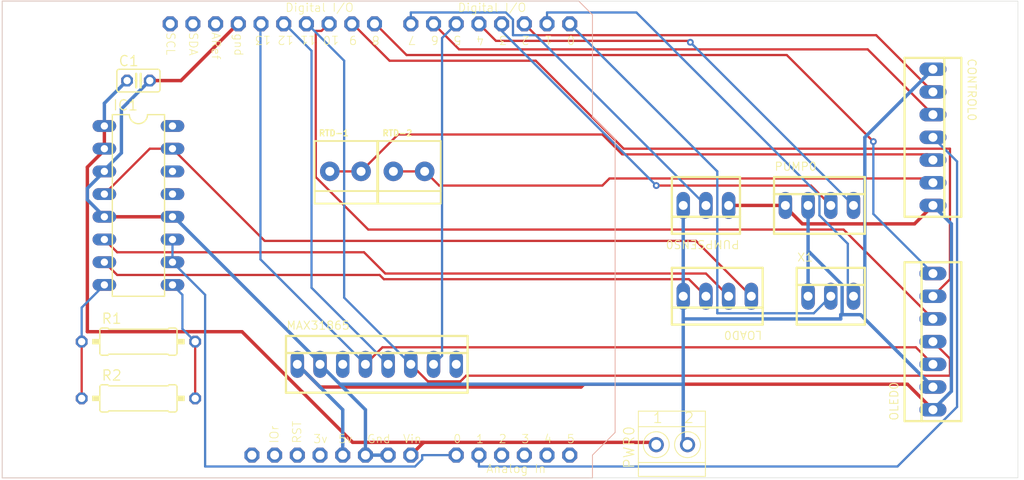
<source format=kicad_pcb>
(kicad_pcb (version 20241229) (generator "pcbnew") (generator_version "9.0")
  (layers (0 "F.Cu" signal) (4 "In1.Cu" signal) (6 "In2.Cu" signal) (2 "B.Cu" signal) (13 "F.Paste" user) (15 "B.Paste" user) (5 "F.SilkS" user "F.Silkscreen") (7 "B.SilkS" user "B.Silkscreen") (1 "F.Mask" user) (3 "B.Mask" user) (25 "Edge.Cuts" user))
  (net 0 "")
  (net 1 "LOAD")
  (net 2 "RG1")
  (net 3 "RG2")
  (net 4 "GND")
  (net 5 "+12V")
  (net 6 "SPI_MOSI")
  (net 7 "OLED_RES")
  (net 8 "SPI_CLK")
  (net 9 "OLED_DC")
  (net 10 "HEAT")
  (net 11 "PRESS")
  (net 12 "OLED_CS")
  (net 13 "VREF")
  (net 14 "SIG-")
  (net 15 "SIG+")
  (net 16 "SPI_MISO")
  (net 17 "MAX_CS")
  (net 18 "RTD-1")
  (net 19 "ZC")
  (net 20 "TRIAC")
  (net 21 "AC_SENS")
  (net 22 "VCC")
  (net 23 "FLOW")
  (net 24 "RTD-2")
  (net 25 "RX")
  (net 26 "TX")
  (net 27 "3V")
  (footprint "controller:22-23-2031_165" (layer "F.Cu") (at 184.3861 111.3536)
    (property "Reference" "X1" (at -3.81 -3.81 0) (layer "F.SilkS") (effects (font (size 0.9144 0.9144) (thickness 0.1016)) (justify left bottom)))
    (property "Value" "22-23-2031")
    (pad "1" thru_hole oval (at -2.54 0 90) (size 3.016 1.508) (drill 1) (layers "*.Cu" "*.Mask") (net 4 "GND"))
    (pad "2" thru_hole oval (at 0 0 90) (size 3.016 1.508) (drill 1) (layers "*.Cu" "*.Mask") (net 26 "TX"))
    (pad "3" thru_hole oval (at 2.54 0 90) (size 3.016 1.508) (drill 1) (layers "*.Cu" "*.Mask") (net 25 "RX"))
  )
  (footprint "controller:22-23-2041_165" (layer "F.Cu") (at 183.1161 101.1936)
    (property "Reference" "PUMP0" (at -5.08 -3.81 0) (layer "F.SilkS") (effects (font (size 0.9144 0.9144) (thickness 0.1016)) (justify left bottom)))
    (property "Value" "22-23-2041")
    (pad "1" thru_hole oval (at -3.81 0 90) (size 3.016 1.508) (drill 1) (layers "*.Cu" "*.Mask") (net 22 "VCC"))
    (pad "2" thru_hole oval (at -1.27 0 90) (size 3.016 1.508) (drill 1) (layers "*.Cu" "*.Mask") (net 4 "GND"))
    (pad "3" thru_hole oval (at 1.27 0 90) (size 3.016 1.508) (drill 1) (layers "*.Cu" "*.Mask") (net 19 "ZC"))
    (pad "4" thru_hole oval (at 3.81 0 90) (size 3.016 1.508) (drill 1) (layers "*.Cu" "*.Mask") (net 20 "TRIAC"))
  )
  (footprint "controller:dummyfp0" (layer "F.Cu") (at 157.7161 96.1136)
    (property "Reference" "UNK_HOLE_0" (hide yes))
    (property "Value" "")
    (pad "" np_thru_hole circle (at 0 0) (size 3.2 3.2) (drill 3.2) (layers "*.Cu" "*.Mask"))
  )
  (footprint "controller:dummyfp6" (layer "F.Cu") (at 123.4261 96.1136)
    (property "Reference" "UNK_HOLE_6" (hide yes))
    (property "Value" "")
    (pad "" np_thru_hole circle (at 0 0) (size 3.2 3.2) (drill 3.2) (layers "*.Cu" "*.Mask"))
  )
  (footprint "controller:dummyfp3" (layer "F.Cu") (at 106.9161 80.8736)
    (property "Reference" "UNK_HOLE_3" (hide yes))
    (property "Value" "")
    (pad "" np_thru_hole circle (at 0 0) (size 3.2 3.2) (drill 3.2) (layers "*.Cu" "*.Mask"))
  )
  (footprint "controller:22-23-2031_165" (layer "F.Cu") (at 170.4161 101.1936 180)
    (property "Reference" "PUMPSENS0" (at -3.81 -3.81 180) (layer "F.SilkS") (effects (font (size 0.9144 0.9144) (thickness 0.1016)) (justify left bottom)))
    (property "Value" "22-23-2031")
    (pad "1" thru_hole oval (at -2.54 0 270) (size 3.016 1.508) (drill 1) (layers "*.Cu" "*.Mask") (net 22 "VCC"))
    (pad "2" thru_hole oval (at 0 0 270) (size 3.016 1.508) (drill 1) (layers "*.Cu" "*.Mask") (net 21 "AC_SENS"))
    (pad "3" thru_hole oval (at 2.54 0 270) (size 3.016 1.508) (drill 1) (layers "*.Cu" "*.Mask") (net 4 "GND"))
  )
  (footprint "controller:dummyfp4" (layer "F.Cu") (at 202.1661 129.1336)
    (property "Reference" "UNK_HOLE_4" (hide yes))
    (property "Value" "")
    (pad "" np_thru_hole circle (at 0 0) (size 3.2 3.2) (drill 3.2) (layers "*.Cu" "*.Mask"))
  )
  (footprint "controller:C025-025X050_348" (layer "F.Cu") (at 106.9161 87.2236)
    (property "Reference" "C1" (at -2.286 -1.524 0) (layer "F.SilkS") (effects (font (size 1.143 1.143) (thickness 0.127)) (justify left bottom)))
    (property "Value" "0.1")
    (pad "1" thru_hole roundrect (at -1.27 0) (size 1.3208 1.3208) (drill 0.8128) (layers "*.Cu" "*.Mask") (chamfer_ratio 0.2928932188) (chamfer top_left top_right bottom_left bottom_right) (net 5 "+12V"))
    (pad "2" thru_hole roundrect (at 1.27 0) (size 1.3208 1.3208) (drill 0.8128) (layers "*.Cu" "*.Mask") (chamfer_ratio 0.2928932188) (chamfer top_left top_right bottom_left bottom_right) (net 4 "GND"))
  )
  (footprint "controller:dummyfp7" (layer "F.Cu") (at 143.7461 96.1136)
    (property "Reference" "UNK_HOLE_7" (hide yes))
    (property "Value" "")
    (pad "" np_thru_hole circle (at 0 0) (size 3.2 3.2) (drill 3.2) (layers "*.Cu" "*.Mask"))
  )
  (footprint "controller:dummyfp5" (layer "F.Cu") (at 202.1661 80.8736)
    (property "Reference" "UNK_HOLE_5" (hide yes))
    (property "Value" "")
    (pad "" np_thru_hole circle (at 0 0) (size 3.2 3.2) (drill 3.2) (layers "*.Cu" "*.Mask"))
  )
  (footprint "controller:22-23-2071_165" (layer "F.Cu") (at 195.8161 93.5736 -90)
    (property "Reference" "CONTROL0" (at -8.89 -3.81 270) (layer "F.SilkS") (effects (font (size 0.9144 0.9144) (thickness 0.1016)) (justify left bottom)))
    (property "Value" "22-23-2071")
    (pad "1" thru_hole oval (at -7.62 0) (size 3.016 1.508) (drill 1) (layers "*.Cu" "*.Mask") (net 4 "GND"))
    (pad "2" thru_hole oval (at -5.08 0) (size 3.016 1.508) (drill 1) (layers "*.Cu" "*.Mask") (net 23 "FLOW"))
    (pad "3" thru_hole oval (at -2.54 0) (size 3.016 1.508) (drill 1) (layers "*.Cu" "*.Mask") (net 10 "HEAT"))
    (pad "4" thru_hole oval (at 0 0) (size 3.016 1.508) (drill 1) (layers "*.Cu" "*.Mask") (net 11 "PRESS"))
    (pad "5" thru_hole oval (at 2.54 0) (size 3.016 1.508) (drill 1) (layers "*.Cu" "*.Mask") (net 18 "RTD-1"))
    (pad "6" thru_hole oval (at 5.08 0) (size 3.016 1.508) (drill 1) (layers "*.Cu" "*.Mask") (net 24 "RTD-2"))
    (pad "7" thru_hole oval (at 7.62 0) (size 3.016 1.508) (drill 1) (layers "*.Cu" "*.Mask") (net 22 "VCC"))
  )
  (footprint "controller:22-23-2081_165" (layer "F.Cu") (at 133.5861 118.9736)
    (property "Reference" "MAX31865" (at -10.16 -3.81 0) (layer "F.SilkS") (effects (font (size 0.9144 0.9144) (thickness 0.1016)) (justify left bottom)))
    (property "Value" "22-23-2081")
    (pad "1" thru_hole oval (at -8.89 0 90) (size 3.016 1.508) (drill 1) (layers "*.Cu" "*.Mask") (net 22 "VCC"))
    (pad "2" thru_hole oval (at -6.35 0 90) (size 3.016 1.508) (drill 1) (layers "*.Cu" "*.Mask") (net 4 "GND"))
    (pad "3" thru_hole oval (at -3.81 0 90) (size 3.016 1.508) (drill 1) (layers "*.Cu" "*.Mask"))
    (pad "4" thru_hole oval (at -1.27 0 90) (size 3.016 1.508) (drill 1) (layers "*.Cu" "*.Mask") (net 8 "SPI_CLK"))
    (pad "5" thru_hole oval (at 1.27 0 90) (size 3.016 1.508) (drill 1) (layers "*.Cu" "*.Mask") (net 16 "SPI_MISO"))
    (pad "6" thru_hole oval (at 3.81 0 90) (size 3.016 1.508) (drill 1) (layers "*.Cu" "*.Mask") (net 6 "SPI_MOSI"))
    (pad "7" thru_hole oval (at 6.35 0 90) (size 3.016 1.508) (drill 1) (layers "*.Cu" "*.Mask") (net 17 "MAX_CS"))
    (pad "8" thru_hole oval (at 8.89 0 90) (size 3.016 1.508) (drill 1) (layers "*.Cu" "*.Mask"))
  )
  (footprint "controller:dummyfp1" (layer "F.Cu") (at 157.7161 124.0536)
    (property "Reference" "UNK_HOLE_1" (hide yes))
    (property "Value" "")
    (pad "" np_thru_hole circle (at 0 0) (size 3.2 3.2) (drill 3.2) (layers "*.Cu" "*.Mask"))
  )
  (footprint "controller:dummyfp2" (layer "F.Cu") (at 105.6461 129.1336)
    (property "Reference" "UNK_HOLE_2" (hide yes))
    (property "Value" "")
    (pad "" np_thru_hole circle (at 0 0) (size 3.2 3.2) (drill 3.2) (layers "*.Cu" "*.Mask"))
  )
  (footprint "controller:DIL16" (layer "F.Cu") (at 106.9161 101.1936 -90)
    (property "Reference" "IC1" (at -10.541 2.921 0) (layer "F.SilkS") (effects (font (size 1.143 1.143) (thickness 0.127)) (justify left bottom)))
    (property "Value" "INA125")
    (pad "1" thru_hole oval (at -8.89 3.81) (size 2.6416 1.3208) (drill 0.8128) (layers "*.Cu" "*.Mask") (net 5 "+12V"))
    (pad "2" thru_hole oval (at -6.35 3.81) (size 2.6416 1.3208) (drill 0.8128) (layers "*.Cu" "*.Mask") (net 5 "+12V"))
    (pad "3" thru_hole oval (at -3.81 3.81) (size 2.6416 1.3208) (drill 0.8128) (layers "*.Cu" "*.Mask") (net 4 "GND"))
    (pad "4" thru_hole oval (at -1.27 3.81) (size 2.6416 1.3208) (drill 0.8128) (layers "*.Cu" "*.Mask") (net 13 "VREF"))
    (pad "5" thru_hole oval (at 1.27 3.81) (size 2.6416 1.3208) (drill 0.8128) (layers "*.Cu" "*.Mask") (net 4 "GND"))
    (pad "6" thru_hole oval (at 3.81 3.81) (size 2.6416 1.3208) (drill 0.8128) (layers "*.Cu" "*.Mask") (net 15 "SIG+"))
    (pad "7" thru_hole oval (at 6.35 3.81) (size 2.6416 1.3208) (drill 0.8128) (layers "*.Cu" "*.Mask") (net 14 "SIG-"))
    (pad "8" thru_hole oval (at 8.89 3.81) (size 2.6416 1.3208) (drill 0.8128) (layers "*.Cu" "*.Mask") (net 3 "RG2"))
    (pad "9" thru_hole oval (at 8.89 -3.81) (size 2.6416 1.3208) (drill 0.8128) (layers "*.Cu" "*.Mask") (net 2 "RG1"))
    (pad "10" thru_hole oval (at 6.35 -3.81) (size 2.6416 1.3208) (drill 0.8128) (layers "*.Cu" "*.Mask") (net 1 "LOAD"))
    (pad "11" thru_hole oval (at 3.81 -3.81) (size 2.6416 1.3208) (drill 0.8128) (layers "*.Cu" "*.Mask") (net 1 "LOAD"))
    (pad "12" thru_hole oval (at 1.27 -3.81) (size 2.6416 1.3208) (drill 0.8128) (layers "*.Cu" "*.Mask") (net 4 "GND"))
    (pad "13" thru_hole oval (at -1.27 -3.81) (size 2.6416 1.3208) (drill 0.8128) (layers "*.Cu" "*.Mask"))
    (pad "14" thru_hole oval (at -3.81 -3.81) (size 2.6416 1.3208) (drill 0.8128) (layers "*.Cu" "*.Mask"))
    (pad "15" thru_hole oval (at -6.35 -3.81) (size 2.6416 1.3208) (drill 0.8128) (layers "*.Cu" "*.Mask") (net 13 "VREF"))
    (pad "16" thru_hole oval (at -8.89 -3.81) (size 2.6416 1.3208) (drill 0.8128) (layers "*.Cu" "*.Mask"))
  )
  (footprint "controller:22-23-2071_165" (layer "F.Cu") (at 195.8161 116.4336 90)
    (property "Reference" "OLED0" (at -8.89 -3.81 90) (layer "F.SilkS") (effects (font (size 0.9144 0.9144) (thickness 0.1016)) (justify left bottom)))
    (property "Value" "22-23-2071")
    (pad "1" thru_hole oval (at -7.62 0 180) (size 3.016 1.508) (drill 1) (layers "*.Cu" "*.Mask") (net 22 "VCC"))
    (pad "2" thru_hole oval (at -5.08 0 180) (size 3.016 1.508) (drill 1) (layers "*.Cu" "*.Mask") (net 4 "GND"))
    (pad "3" thru_hole oval (at -2.54 0 180) (size 3.016 1.508) (drill 1) (layers "*.Cu" "*.Mask") (net 8 "SPI_CLK"))
    (pad "4" thru_hole oval (at 0 0 180) (size 3.016 1.508) (drill 1) (layers "*.Cu" "*.Mask") (net 6 "SPI_MOSI"))
    (pad "5" thru_hole oval (at 2.54 0 180) (size 3.016 1.508) (drill 1) (layers "*.Cu" "*.Mask") (net 7 "OLED_RES"))
    (pad "6" thru_hole oval (at 5.08 0 180) (size 3.016 1.508) (drill 1) (layers "*.Cu" "*.Mask") (net 9 "OLED_DC"))
    (pad "7" thru_hole oval (at 7.62 0 180) (size 3.016 1.508) (drill 1) (layers "*.Cu" "*.Mask") (net 12 "OLED_CS"))
  )
  (footprint "controller:0309_12_348" (layer "F.Cu") (at 106.9161 116.4336)
    (property "Reference" "R1" (at -4.191 -1.905 0) (layer "F.SilkS") (effects (font (size 1.143 1.143) (thickness 0.127)) (justify left bottom)))
    (property "Value" "10R")
    (pad "1" thru_hole roundrect (at -6.35 0) (size 1.3208 1.3208) (drill 0.8128) (layers "*.Cu" "*.Mask") (chamfer_ratio 0.2928932188) (chamfer top_left top_right bottom_left bottom_right) (net 3 "RG2"))
    (pad "2" thru_hole roundrect (at 6.35 0) (size 1.3208 1.3208) (drill 0.8128) (layers "*.Cu" "*.Mask") (chamfer_ratio 0.2928932188) (chamfer top_left top_right bottom_left bottom_right) (net 2 "RG1"))
  )
  (footprint "controller:ARDUINOR3-BPLACE" (layer "F.Cu") (at 91.6761 131.6736)
    (property "Reference" "U1" (hide yes))
    (property "Value" "ARDUINOR3-BPLACE" (hide yes))
    (fp_text user "10" (at 37.719 -49.53 180) (layer "F.SilkS") (effects (font (size 0.93472 0.93472) (thickness 0.08128)) (justify left bottom)))
    (fp_text user "0" (at 64.135 -49.53 180) (layer "F.SilkS") (effects (font (size 0.93472 0.93472) (thickness 0.08128)) (justify left bottom)))
    (fp_text user "5" (at 63.119 -3.81 0) (layer "F.SilkS") (effects (font (size 0.93472 0.93472) (thickness 0.08128)) (justify left bottom)))
    (fp_text user "12" (at 32.639 -49.53 180) (layer "F.SilkS") (effects (font (size 0.93472 0.93472) (thickness 0.08128)) (justify left bottom)))
    (fp_text user "IOr" (at 30.988 -3.7999 90) (layer "F.SilkS") (effects (font (size 0.93472 0.93472) (thickness 0.08128)) (justify left bottom)))
    (fp_text user "Gnd" (at 40.7771 -3.81 0) (layer "F.SilkS") (effects (font (size 0.93472 0.93472) (thickness 0.08128)) (justify left bottom)))
    (fp_text user "RST" (at 33.528 -3.7999 90) (layer "F.SilkS") (effects (font (size 0.93472 0.93472) (thickness 0.08128)) (justify left bottom)))
    (fp_text user "SDA" (at 20.828 -49.911 270) (layer "F.SilkS") (effects (font (size 0.93472 0.93472) (thickness 0.08128)) (justify left bottom)))
    (fp_text user "13" (at 30.099 -49.53 180) (layer "F.SilkS") (effects (font (size 0.93472 0.93472) (thickness 0.08128)) (justify left bottom)))
    (fp_text user "Digital I/O" (at 31.623 -52.07 0) (layer "F.SilkS") (effects (font (size 0.93472 0.93472) (thickness 0.08128)) (justify left bottom)))
    (fp_text user "2" (at 55.499 -3.81 0) (layer "F.SilkS") (effects (font (size 0.93472 0.93472) (thickness 0.08128)) (justify left bottom)))
    (fp_text user "9" (at 39.751 -49.53 180) (layer "F.SilkS") (effects (font (size 0.93472 0.93472) (thickness 0.08128)) (justify left bottom)))
    (fp_text user "1" (at 61.595 -49.53 180) (layer "F.SilkS") (effects (font (size 0.93472 0.93472) (thickness 0.08128)) (justify left bottom)))
    (fp_text user "2" (at 59.055 -49.53 180) (layer "F.SilkS") (effects (font (size 0.93472 0.93472) (thickness 0.08128)) (justify left bottom)))
    (fp_text user "11" (at 35.179 -49.53 180) (layer "F.SilkS") (effects (font (size 0.93472 0.93472) (thickness 0.08128)) (justify left bottom)))
    (fp_text user "3" (at 58.039 -3.81 0) (layer "F.SilkS") (effects (font (size 0.93472 0.93472) (thickness 0.08128)) (justify left bottom)))
    (fp_text user "Digital I/O" (at 50.927 -52.07 0) (layer "F.SilkS") (effects (font (size 0.93472 0.93472) (thickness 0.08128)) (justify left bottom)))
    (fp_text user "4" (at 60.579 -3.81 0) (layer "F.SilkS") (effects (font (size 0.93472 0.93472) (thickness 0.08128)) (justify left bottom)))
    (fp_text user "4" (at 53.975 -49.53 180) (layer "F.SilkS") (effects (font (size 0.93472 0.93472) (thickness 0.08128)) (justify left bottom)))
    (fp_text user "Vin" (at 44.7853 -3.81 0) (layer "F.SilkS") (effects (font (size 0.93472 0.93472) (thickness 0.08128)) (justify left bottom)))
    (fp_text user "1" (at 52.959 -3.81 0) (layer "F.SilkS") (effects (font (size 0.93472 0.93472) (thickness 0.08128)) (justify left bottom)))
    (fp_text user "SCL" (at 18.288 -49.911 270) (layer "F.SilkS") (effects (font (size 0.93472 0.93472) (thickness 0.08128)) (justify left bottom)))
    (fp_text user "8" (at 42.291 -49.53 180) (layer "F.SilkS") (effects (font (size 0.93472 0.93472) (thickness 0.08128)) (justify left bottom)))
    (fp_text user "5v" (at 37.5463 -3.81 0) (layer "F.SilkS") (effects (font (size 0.93472 0.93472) (thickness 0.08128)) (justify left bottom)))
    (fp_text user "6" (at 48.895 -49.53 180) (layer "F.SilkS") (effects (font (size 0.93472 0.93472) (thickness 0.08128)) (justify left bottom)))
    (fp_text user "3v" (at 34.7523 -3.81 0) (layer "F.SilkS") (effects (font (size 0.93472 0.93472) (thickness 0.08128)) (justify left bottom)))
    (fp_text user "gnd" (at 25.908 -49.784 270) (layer "F.SilkS") (effects (font (size 0.93472 0.93472) (thickness 0.08128)) (justify left bottom)))
    (fp_text user "3" (at 56.515 -49.53 180) (layer "F.SilkS") (effects (font (size 0.93472 0.93472) (thickness 0.08128)) (justify left bottom)))
    (fp_text user "0" (at 50.419 -3.81 0) (layer "F.SilkS") (effects (font (size 0.93472 0.93472) (thickness 0.08128)) (justify left bottom)))
    (fp_text user "5" (at 51.435 -49.53 180) (layer "F.SilkS") (effects (font (size 0.93472 0.93472) (thickness 0.08128)) (justify left bottom)))
    (fp_text user "ARef" (at 23.368 -49.911 270) (layer "F.SilkS") (effects (font (size 0.93472 0.93472) (thickness 0.08128)) (justify left bottom)))
    (fp_text user "7" (at 46.355 -49.53 180) (layer "F.SilkS") (effects (font (size 0.93472 0.93472) (thickness 0.08128)) (justify left bottom)))
    (fp_text user "Analog In" (at 54.1121 -0.4623 0) (layer "F.SilkS") (effects (font (size 0.93472 0.93472) (thickness 0.08128)) (justify left bottom)))
    (pad "3V" thru_hole roundrect (at 35.56 -2.54) (size 1.6764 1.6764) (drill 1) (layers "*.Cu" "*.Mask") (chamfer_ratio 0.2928932188) (chamfer top_left top_right bottom_left bottom_right) (net 27 "3V"))
    (pad "5V" thru_hole roundrect (at 38.1 -2.54) (size 1.6764 1.6764) (drill 1) (layers "*.Cu" "*.Mask") (chamfer_ratio 0.2928932188) (chamfer top_left top_right bottom_left bottom_right) (net 22 "VCC"))
    (pad "A0" thru_hole roundrect (at 50.8 -2.54) (size 1.6764 1.6764) (drill 1) (layers "*.Cu" "*.Mask") (chamfer_ratio 0.2928932188) (chamfer top_left top_right bottom_left bottom_right) (net 1 "LOAD"))
    (pad "A1" thru_hole roundrect (at 53.34 -2.54) (size 1.6764 1.6764) (drill 1) (layers "*.Cu" "*.Mask") (chamfer_ratio 0.2928932188) (chamfer top_left top_right bottom_left bottom_right) (net 11 "PRESS"))
    (pad "A2" thru_hole roundrect (at 55.88 -2.54) (size 1.6764 1.6764) (drill 1) (layers "*.Cu" "*.Mask") (chamfer_ratio 0.2928932188) (chamfer top_left top_right bottom_left bottom_right))
    (pad "A3" thru_hole roundrect (at 58.42 -2.54) (size 1.6764 1.6764) (drill 1) (layers "*.Cu" "*.Mask") (chamfer_ratio 0.2928932188) (chamfer top_left top_right bottom_left bottom_right))
    (pad "A4" thru_hole roundrect (at 60.96 -2.54) (size 1.6764 1.6764) (drill 1) (layers "*.Cu" "*.Mask") (chamfer_ratio 0.2928932188) (chamfer top_left top_right bottom_left bottom_right))
    (pad "A5" thru_hole roundrect (at 63.5 -2.54) (size 1.6764 1.6764) (drill 1) (layers "*.Cu" "*.Mask") (chamfer_ratio 0.2928932188) (chamfer top_left top_right bottom_left bottom_right))
    (pad "AREF" thru_hole roundrect (at 23.876 -50.8) (size 1.6764 1.6764) (drill 1) (layers "*.Cu" "*.Mask") (chamfer_ratio 0.2928932188) (chamfer top_left top_right bottom_left bottom_right))
    (pad "D0" thru_hole roundrect (at 63.5 -50.8) (size 1.6764 1.6764) (drill 1) (layers "*.Cu" "*.Mask") (chamfer_ratio 0.2928932188) (chamfer top_left top_right bottom_left bottom_right) (net 26 "TX"))
    (pad "D1" thru_hole roundrect (at 60.96 -50.8) (size 1.6764 1.6764) (drill 1) (layers "*.Cu" "*.Mask") (chamfer_ratio 0.2928932188) (chamfer top_left top_right bottom_left bottom_right) (net 25 "RX"))
    (pad "D2" thru_hole roundrect (at 58.42 -50.8) (size 1.6764 1.6764) (drill 1) (layers "*.Cu" "*.Mask") (chamfer_ratio 0.2928932188) (chamfer top_left top_right bottom_left bottom_right) (net 23 "FLOW"))
    (pad "D3" thru_hole roundrect (at 55.88 -50.8) (size 1.6764 1.6764) (drill 1) (layers "*.Cu" "*.Mask") (chamfer_ratio 0.2928932188) (chamfer top_left top_right bottom_left bottom_right) (net 19 "ZC"))
    (pad "D4" thru_hole roundrect (at 53.34 -50.8) (size 1.6764 1.6764) (drill 1) (layers "*.Cu" "*.Mask") (chamfer_ratio 0.2928932188) (chamfer top_left top_right bottom_left bottom_right) (net 20 "TRIAC"))
    (pad "D5" thru_hole roundrect (at 50.8 -50.8) (size 1.6764 1.6764) (drill 1) (layers "*.Cu" "*.Mask") (chamfer_ratio 0.2928932188) (chamfer top_left top_right bottom_left bottom_right) (net 17 "MAX_CS"))
    (pad "D6" thru_hole roundrect (at 48.26 -50.8) (size 1.6764 1.6764) (drill 1) (layers "*.Cu" "*.Mask") (chamfer_ratio 0.2928932188) (chamfer top_left top_right bottom_left bottom_right) (net 10 "HEAT"))
    (pad "D7" thru_hole roundrect (at 45.72 -50.8) (size 1.6764 1.6764) (drill 1) (layers "*.Cu" "*.Mask") (chamfer_ratio 0.2928932188) (chamfer top_left top_right bottom_left bottom_right) (net 21 "AC_SENS"))
    (pad "D8" thru_hole roundrect (at 41.656 -50.8) (size 1.6764 1.6764) (drill 1) (layers "*.Cu" "*.Mask") (chamfer_ratio 0.2928932188) (chamfer top_left top_right bottom_left bottom_right) (net 12 "OLED_CS"))
    (pad "D9" thru_hole roundrect (at 39.116 -50.8) (size 1.6764 1.6764) (drill 1) (layers "*.Cu" "*.Mask") (chamfer_ratio 0.2928932188) (chamfer top_left top_right bottom_left bottom_right) (net 9 "OLED_DC"))
    (pad "D10" thru_hole roundrect (at 36.576 -50.8) (size 1.6764 1.6764) (drill 1) (layers "*.Cu" "*.Mask") (chamfer_ratio 0.2928932188) (chamfer top_left top_right bottom_left bottom_right) (net 7 "OLED_RES"))
    (pad "D11" thru_hole roundrect (at 34.036 -50.8) (size 1.6764 1.6764) (drill 1) (layers "*.Cu" "*.Mask") (chamfer_ratio 0.2928932188) (chamfer top_left top_right bottom_left bottom_right) (net 6 "SPI_MOSI"))
    (pad "D12" thru_hole roundrect (at 31.496 -50.8) (size 1.6764 1.6764) (drill 1) (layers "*.Cu" "*.Mask") (chamfer_ratio 0.2928932188) (chamfer top_left top_right bottom_left bottom_right) (net 16 "SPI_MISO"))
    (pad "D13" thru_hole roundrect (at 28.956 -50.8) (size 1.6764 1.6764) (drill 1) (layers "*.Cu" "*.Mask") (chamfer_ratio 0.2928932188) (chamfer top_left top_right bottom_left bottom_right) (net 8 "SPI_CLK"))
    (pad "GND" thru_hole roundrect (at 26.416 -50.8) (size 1.6764 1.6764) (drill 1) (layers "*.Cu" "*.Mask") (chamfer_ratio 0.2928932188) (chamfer top_left top_right bottom_left bottom_right) (net 4 "GND"))
    (pad "GND1" thru_hole roundrect (at 43.18 -2.54) (size 1.6764 1.6764) (drill 1) (layers "*.Cu" "*.Mask") (chamfer_ratio 0.2928932188) (chamfer top_left top_right bottom_left bottom_right) (net 4 "GND"))
    (pad "GND2" thru_hole roundrect (at 40.64 -2.54) (size 1.6764 1.6764) (drill 1) (layers "*.Cu" "*.Mask") (chamfer_ratio 0.2928932188) (chamfer top_left top_right bottom_left bottom_right) (net 4 "GND"))
    (pad "IOREF" thru_hole roundrect (at 30.48 -2.54) (size 1.6764 1.6764) (drill 1) (layers "*.Cu" "*.Mask") (chamfer_ratio 0.2928932188) (chamfer top_left top_right bottom_left bottom_right))
    (pad "RESERVED" thru_hole roundrect (at 27.94 -2.54) (size 1.6764 1.6764) (drill 1) (layers "*.Cu" "*.Mask") (chamfer_ratio 0.2928932188) (chamfer top_left top_right bottom_left bottom_right))
    (pad "RESET" thru_hole roundrect (at 33.02 -2.54) (size 1.6764 1.6764) (drill 1) (layers "*.Cu" "*.Mask") (chamfer_ratio 0.2928932188) (chamfer top_left top_right bottom_left bottom_right))
    (pad "SCL" thru_hole roundrect (at 18.796 -50.8) (size 1.6764 1.6764) (drill 1) (layers "*.Cu" "*.Mask") (chamfer_ratio 0.2928932188) (chamfer top_left top_right bottom_left bottom_right))
    (pad "SDA" thru_hole roundrect (at 21.336 -50.8) (size 1.6764 1.6764) (drill 1) (layers "*.Cu" "*.Mask") (chamfer_ratio 0.2928932188) (chamfer top_left top_right bottom_left bottom_right))
    (pad "VIN" thru_hole roundrect (at 45.72 -2.54) (size 1.6764 1.6764) (drill 1) (layers "*.Cu" "*.Mask") (chamfer_ratio 0.2928932188) (chamfer top_left top_right bottom_left bottom_right) (net 5 "+12V"))
  )
  (footprint "controller:TERMBLOCK_1X2-3.5MM" (layer "F.Cu") (at 137.1421 97.3836)
    (property "Reference" "RTD-2" (at -3 -3.89 0) (layer "F.SilkS") (effects (font (size 0.666496 0.666496) (thickness 0.146304)) (justify left bottom)))
    (property "Value" "")
    (pad "1" thru_hole circle (at 1.8 0) (size 2.1844 2.1844) (drill 1) (layers "*.Cu" "*.Mask") (net 24 "RTD-2"))
    (pad "2" thru_hole circle (at -1.7 0) (size 2.1844 2.1844) (drill 1) (layers "*.Cu" "*.Mask") (net 24 "RTD-2"))
  )
  (footprint "controller:0309_12_348" (layer "F.Cu") (at 106.9161 122.7836)
    (property "Reference" "R2" (at -4.191 -1.905 0) (layer "F.SilkS") (effects (font (size 1.143 1.143) (thickness 0.127)) (justify left bottom)))
    (property "Value" "10R")
    (pad "1" thru_hole roundrect (at -6.35 0) (size 1.3208 1.3208) (drill 0.8128) (layers "*.Cu" "*.Mask") (chamfer_ratio 0.2928932188) (chamfer top_left top_right bottom_left bottom_right) (net 3 "RG2"))
    (pad "2" thru_hole roundrect (at 6.35 0) (size 1.3208 1.3208) (drill 0.8128) (layers "*.Cu" "*.Mask") (chamfer_ratio 0.2928932188) (chamfer top_left top_right bottom_left bottom_right) (net 2 "RG1"))
  )
  (footprint "controller:TERMBLOCK_1X2-3.5MM" (layer "F.Cu") (at 130.0301 97.3836)
    (property "Reference" "RTD-1" (at -3 -3.89 0) (layer "F.SilkS") (effects (font (size 0.666496 0.666496) (thickness 0.146304)) (justify left bottom)))
    (property "Value" "")
    (pad "1" thru_hole circle (at 1.8 0) (size 2.1844 2.1844) (drill 1) (layers "*.Cu" "*.Mask") (net 18 "RTD-1"))
    (pad "2" thru_hole circle (at -1.7 0) (size 2.1844 2.1844) (drill 1) (layers "*.Cu" "*.Mask") (net 18 "RTD-1"))
  )
  (footprint "controller:22-23-2041_165" (layer "F.Cu") (at 171.6861 111.3536 180)
    (property "Reference" "LOAD0" (at -5.08 -3.81 180) (layer "F.SilkS") (effects (font (size 0.9144 0.9144) (thickness 0.1016)) (justify left bottom)))
    (property "Value" "22-23-2041")
    (pad "1" thru_hole oval (at -3.81 0 270) (size 3.016 1.508) (drill 1) (layers "*.Cu" "*.Mask") (net 13 "VREF"))
    (pad "2" thru_hole oval (at -1.27 0 270) (size 3.016 1.508) (drill 1) (layers "*.Cu" "*.Mask") (net 15 "SIG+"))
    (pad "3" thru_hole oval (at 1.27 0 270) (size 3.016 1.508) (drill 1) (layers "*.Cu" "*.Mask") (net 14 "SIG-"))
    (pad "4" thru_hole oval (at 3.81 0 270) (size 3.016 1.508) (drill 1) (layers "*.Cu" "*.Mask") (net 4 "GND"))
  )
  (footprint "controller:TERMINAL-BLOCK-2-PIN-3.5MM-ROUND-PAD" (layer "F.Cu") (at 166.6061 127.8636)
    (property "Reference" "PWR0" (at -4.105 2.8575 90) (layer "F.SilkS") (effects (font (size 1.1684 1.1684) (thickness 0.1016)) (justify left bottom)))
    (property "Value" "TERMINAL-BLOCK-3.5MM-2-PIN-ROUND-PAD")
    (fp_text user "2" (at 1.2925 -2.2225 0) (layer "F.SilkS") (effects (font (size 1.1684 1.1684) (thickness 0.1016)) (justify left bottom)))
    (fp_text user "1" (at -2.2 -2.2225 0) (layer "F.SilkS") (effects (font (size 1.1684 1.1684) (thickness 0.1016)) (justify left bottom)))
    (pad "1" thru_hole circle (at -1.75 0.1 90) (size 1.7 1.7) (drill 1.1) (layers "*.Cu" "*.Mask") (net 5 "+12V"))
    (pad "2" thru_hole circle (at 1.75 0.1 90) (size 1.7 1.7) (drill 1.1) (layers "*.Cu" "*.Mask") (net 4 "GND"))
  )
  (gr_line (start 91.6761 131.6736) (end 205.3261 131.6736) (stroke (width 0.05)) (layer "Edge.Cuts"))
  (gr_line (start 205.3261 78.3336) (end 91.6761 78.3336) (stroke (width 0.05)) (layer "Edge.Cuts"))
  (gr_line (start 205.3261 131.6736) (end 205.3261 78.3336) (stroke (width 0.05)) (layer "Edge.Cuts"))
  (gr_line (start 91.6761 78.3336) (end 91.6761 131.6736) (stroke (width 0.05)) (layer "Edge.Cuts"))
  (segment (start 138.6661 129.1336) (end 142.4761 129.1336) (width 0.254) (layer "B.Cu") (net 1))
  (segment (start 110.7261 105.0036) (end 110.7261 107.5436) (width 0.254) (layer "B.Cu") (net 1))
  (segment (start 137.87235 130.4036) (end 138.6661 129.60985) (width 0.254) (layer "B.Cu") (net 1))
  (segment (start 114.37735 130.4036) (end 137.87235 130.4036) (width 0.254) (layer "B.Cu") (net 1))
  (segment (start 114.37735 111.19485) (end 114.37735 130.4036) (width 0.254) (layer "B.Cu") (net 1))
  (segment (start 110.7261 107.5436) (end 114.37735 111.19485) (width 0.254) (layer "B.Cu") (net 1))
  (segment (start 138.6661 129.60985) (end 138.6661 129.1336) (width 0.254) (layer "B.Cu") (net 1))
  (segment (start 113.2661 116.4336) (end 113.2661 122.7836) (width 0.254) (layer "F.Cu") (net 2))
  (segment (start 111.83735 115.00485) (end 111.83735 111.19485) (width 0.254) (layer "B.Cu") (net 2))
  (segment (start 113.2661 116.4336) (end 111.83735 115.00485) (width 0.254) (layer "B.Cu") (net 2))
  (segment (start 111.83735 111.19485) (end 110.7261 110.0836) (width 0.254) (layer "B.Cu") (net 2))
  (segment (start 100.5661 116.4336) (end 100.5661 122.7836) (width 0.254) (layer "F.Cu") (net 3))
  (segment (start 100.5661 116.4336) (end 100.5661 112.6236) (width 0.254) (layer "B.Cu") (net 3))
  (segment (start 100.5661 112.6236) (end 103.1061 110.0836) (width 0.254) (layer "B.Cu") (net 3))
  (segment (start 111.6786 87.2236) (end 118.0286 80.8736) (width 0.381) (layer "F.Cu") (net 4))
  (segment (start 108.1861 87.2236) (end 111.6786 87.2236) (width 0.381) (layer "F.Cu") (net 4))
  (segment (start 118.0286 80.8736) (end 118.0921 80.8736) (width 0.381) (layer "F.Cu") (net 4))
  (segment (start 110.7261 102.4636) (end 103.1061 102.4636) (width 0.381) (layer "F.Cu") (net 4))
  (segment (start 132.3161 124.0536) (end 129.537975 121.275475) (width 0.381) (layer "B.Cu") (net 4))
  (segment (start 101.2011 99.2886) (end 103.1061 97.3836) (width 0.381) (layer "B.Cu") (net 4))
  (segment (start 101.2011 100.5586) (end 101.2011 99.2886) (width 0.381) (layer "B.Cu") (net 4))
  (segment (start 105.0111 95.31985) (end 105.0111 90.3986) (width 0.381) (layer "B.Cu") (net 4))
  (segment (start 188.1961 113.73485) (end 188.116725 113.814225) (width 0.381) (layer "B.Cu") (net 4))
  (segment (start 182.00485 106.43235) (end 181.8461 106.43235) (width 0.381) (layer "B.Cu") (net 4))
  (segment (start 181.8461 106.43235) (end 181.8461 111.3536) (width 0.381) (layer "B.Cu") (net 4))
  (segment (start 167.8761 101.1936) (end 167.8761 111.3536) (width 0.381) (layer "B.Cu") (net 4))
  (segment (start 181.8461 101.1936) (end 181.8461 106.43235) (width 0.381) (layer "B.Cu") (net 4))
  (segment (start 188.1961 113.73485) (end 188.1961 93.5736) (width 0.381) (layer "B.Cu") (net 4))
  (segment (start 129.537975 121.275475) (end 127.2361 118.9736) (width 0.381) (layer "B.Cu") (net 4))
  (segment (start 168.35235 127.8636) (end 168.3561 127.9636) (width 0.381) (layer "B.Cu") (net 4))
  (segment (start 103.1061 97.22485) (end 105.0111 95.31985) (width 0.381) (layer "B.Cu") (net 4))
  (segment (start 129.61735 121.1961) (end 129.537975 121.275475) (width 0.381) (layer "B.Cu") (net 4))
  (segment (start 105.0111 90.3986) (end 108.1861 87.2236) (width 0.381) (layer "B.Cu") (net 4))
  (segment (start 185.49735 113.8936) (end 167.8761 113.8936) (width 0.381) (layer "B.Cu") (net 4))
  (segment (start 185.49735 113.41735) (end 185.6561 113.41735) (width 0.381) (layer "B.Cu") (net 4))
  (segment (start 103.1061 97.22485) (end 103.1061 97.3836) (width 0.381) (layer "B.Cu") (net 4))
  (segment (start 132.3161 129.1336) (end 134.8561 129.1336) (width 0.381) (layer "B.Cu") (net 4))
  (segment (start 167.8761 111.3536) (end 167.8761 113.8936) (width 0.381) (layer "B.Cu") (net 4))
  (segment (start 185.49735 113.41735) (end 185.49735 113.8936) (width 0.381) (layer "B.Cu") (net 4))
  (segment (start 132.3161 129.1336) (end 132.3161 124.0536) (width 0.381) (layer "B.Cu") (net 4))
  (segment (start 129.61735 121.1961) (end 167.8761 121.1961) (width 0.381) (layer "B.Cu") (net 4))
  (segment (start 127.2361 118.81485) (end 127.2361 118.9736) (width 0.381) (layer "B.Cu") (net 4))
  (segment (start 167.8761 127.38735) (end 168.35235 127.8636) (width 0.381) (layer "B.Cu") (net 4))
  (segment (start 188.1961 93.5736) (end 195.8161 85.9536) (width 0.381) (layer "B.Cu") (net 4))
  (segment (start 187.71985 113.41735) (end 188.116725 113.814225) (width 0.381) (layer "B.Cu") (net 4))
  (segment (start 103.1061 102.4636) (end 101.2011 100.5586) (width 0.381) (layer "B.Cu") (net 4))
  (segment (start 110.7261 102.4636) (end 110.88485 102.4636) (width 0.381) (layer "B.Cu") (net 4))
  (segment (start 185.6561 113.41735) (end 187.71985 113.41735) (width 0.381) (layer "B.Cu") (net 4))
  (segment (start 182.00485 106.43235) (end 185.6561 110.0836) (width 0.381) (layer "B.Cu") (net 4))
  (segment (start 167.8761 113.8936) (end 167.8761 121.1961) (width 0.381) (layer "B.Cu") (net 4))
  (segment (start 185.6561 110.0836) (end 185.6561 113.41735) (width 0.381) (layer "B.Cu") (net 4))
  (segment (start 110.88485 102.4636) (end 127.2361 118.81485) (width 0.381) (layer "B.Cu") (net 4))
  (segment (start 188.116725 113.814225) (end 195.8161 121.5136) (width 0.381) (layer "B.Cu") (net 4))
  (segment (start 167.8761 121.1961) (end 167.8761 127.38735) (width 0.381) (layer "B.Cu") (net 4))
  (segment (start 164.54235 127.70485) (end 138.82485 127.70485) (width 0.381) (layer "F.Cu") (net 5))
  (segment (start 101.2011 115.32235) (end 101.2011 96.90735) (width 0.381) (layer "F.Cu") (net 5))
  (segment (start 138.745475 127.784225) (end 137.3961 129.1336) (width 0.381) (layer "F.Cu") (net 5))
  (segment (start 138.6661 127.70485) (end 138.745475 127.784225) (width 0.381) (layer "F.Cu") (net 5))
  (segment (start 138.6661 127.70485) (end 130.88735 127.70485) (width 0.381) (layer "F.Cu") (net 5))
  (segment (start 130.88735 127.70485) (end 118.50485 115.32235) (width 0.381) (layer "F.Cu") (net 5))
  (segment (start 103.1061 95.00235) (end 103.1061 94.8436) (width 0.381) (layer "F.Cu") (net 5))
  (segment (start 118.50485 115.32235) (end 101.2011 115.32235) (width 0.381) (layer "F.Cu") (net 5))
  (segment (start 103.1061 92.3036) (end 103.1061 94.8436) (width 0.381) (layer "F.Cu") (net 5))
  (segment (start 164.7011 127.8636) (end 164.8561 127.9636) (width 0.381) (layer "F.Cu") (net 5))
  (segment (start 101.2011 96.90735) (end 103.1061 95.00235) (width 0.381) (layer "F.Cu") (net 5))
  (segment (start 138.82485 127.70485) (end 138.745475 127.784225) (width 0.381) (layer "F.Cu") (net 5))
  (segment (start 164.7011 127.8636) (end 164.54235 127.70485) (width 0.381) (layer "F.Cu") (net 5))
  (segment (start 103.1061 89.7636) (end 105.6461 87.2236) (width 0.381) (layer "B.Cu") (net 5))
  (segment (start 103.1061 92.3036) (end 103.1061 89.7636) (width 0.381) (layer "B.Cu") (net 5))
  (segment (start 197.7211 118.3386) (end 195.8161 116.4336) (width 0.254) (layer "F.Cu") (net 6))
  (segment (start 197.7211 120.2436) (end 197.7211 118.3386) (width 0.254) (layer "F.Cu") (net 6))
  (segment (start 142.95235 120.8786) (end 143.58735 120.2436) (width 0.254) (layer "F.Cu") (net 6))
  (segment (start 143.58735 120.2436) (end 197.7211 120.2436) (width 0.254) (layer "F.Cu") (net 6))
  (segment (start 137.3961 118.9736) (end 139.3011 120.8786) (width 0.254) (layer "F.Cu") (net 6))
  (segment (start 139.3011 120.8786) (end 142.95235 120.8786) (width 0.254) (layer "F.Cu") (net 6))
  (segment (start 129.93485 111.51235) (end 137.3961 118.9736) (width 0.254) (layer "B.Cu") (net 6))
  (segment (start 129.93485 85.0011) (end 129.93485 111.51235) (width 0.254) (layer "B.Cu") (net 6))
  (segment (start 125.80735 80.8736) (end 125.7121 80.8736) (width 0.254) (layer "B.Cu") (net 6))
  (segment (start 125.80735 80.8736) (end 129.93485 85.0011) (width 0.254) (layer "B.Cu") (net 6))
  (segment (start 127.39485 81.66735) (end 126.75985 81.66735) (width 0.254) (layer "F.Cu") (net 7))
  (segment (start 126.75985 81.66735) (end 126.75985 98.0186) (width 0.254) (layer "F.Cu") (net 7))
  (segment (start 126.75985 98.0186) (end 132.6336 103.89235) (width 0.254) (layer "F.Cu") (net 7))
  (segment (start 128.1886 80.8736) (end 127.39485 81.66735) (width 0.254) (layer "F.Cu") (net 7))
  (segment (start 185.81485 103.89235) (end 195.8161 113.8936) (width 0.254) (layer "F.Cu") (net 7))
  (segment (start 132.6336 103.89235) (end 185.81485 103.89235) (width 0.254) (layer "F.Cu") (net 7))
  (segment (start 128.1886 80.8736) (end 128.2521 80.8736) (width 0.254) (layer "F.Cu") (net 7))
  (segment (start 193.9111 117.0686) (end 195.8161 118.9736) (width 0.254) (layer "F.Cu") (net 8))
  (segment (start 134.2211 117.0686) (end 193.9111 117.0686) (width 0.254) (layer "F.Cu") (net 8))
  (segment (start 132.3161 118.9736) (end 134.2211 117.0686) (width 0.254) (layer "F.Cu") (net 8))
  (segment (start 120.5686 107.2261) (end 132.3161 118.9736) (width 0.254) (layer "B.Cu") (net 8))
  (segment (start 120.5686 80.8736) (end 120.5686 107.2261) (width 0.254) (layer "B.Cu") (net 8))
  (segment (start 120.5686 80.8736) (end 120.6321 80.8736) (width 0.254) (layer "B.Cu") (net 8))
  (segment (start 135.01485 85.0011) (end 151.3661 85.0011) (width 0.254) (layer "F.Cu") (net 9))
  (segment (start 130.88735 80.8736) (end 135.01485 85.0011) (width 0.254) (layer "F.Cu") (net 9))
  (segment (start 130.88735 80.8736) (end 130.7921 80.8736) (width 0.254) (layer "F.Cu") (net 9))
  (segment (start 161.2086 94.8436) (end 197.7211 94.8436) (width 0.254) (layer "F.Cu") (net 9))
  (segment (start 197.7211 109.4486) (end 195.8161 111.3536) (width 0.254) (layer "F.Cu") (net 9))
  (segment (start 197.7211 94.8436) (end 197.7211 109.4486) (width 0.254) (layer "F.Cu") (net 9))
  (segment (start 151.3661 85.0011) (end 161.2086 94.8436) (width 0.254) (layer "F.Cu") (net 9))
  (segment (start 139.9361 80.8736) (end 142.7936 83.7311) (width 0.254) (layer "F.Cu") (net 10))
  (segment (start 142.7936 83.7311) (end 188.5136 83.7311) (width 0.254) (layer "F.Cu") (net 10))
  (segment (start 188.5136 83.7311) (end 195.8161 91.0336) (width 0.254) (layer "F.Cu") (net 10))
  (segment (start 145.0161 130.4036) (end 191.84735 130.4036) (width 0.254) (layer "B.Cu") (net 11))
  (segment (start 191.84735 130.4036) (end 198.51485 123.7361) (width 0.254) (layer "B.Cu") (net 11))
  (segment (start 145.0161 129.1336) (end 145.0161 130.4036) (width 0.254) (layer "B.Cu") (net 11))
  (segment (start 198.51485 96.27235) (end 195.8161 93.5736) (width 0.254) (layer "B.Cu") (net 11))
  (segment (start 198.51485 123.7361) (end 198.51485 96.27235) (width 0.254) (layer "B.Cu") (net 11))
  (segment (start 133.42735 80.8736) (end 136.91985 84.3661) (width 0.254) (layer "F.Cu") (net 12))
  (segment (start 179.46485 84.3661) (end 189.1486 94.04985) (width 0.254) (layer "F.Cu") (net 12))
  (segment (start 136.91985 84.3661) (end 179.46485 84.3661) (width 0.254) (layer "F.Cu") (net 12))
  (segment (start 133.42735 80.8736) (end 133.3321 80.8736) (width 0.254) (layer "F.Cu") (net 12))
  (via (at 189.1486 94.04985) (size 0.7564) (drill 0.35) (layers "F.Cu" "B.Cu") (net 12))
  (segment (start 189.1486 102.1461) (end 195.8161 108.8136) (width 0.254) (layer "B.Cu") (net 12))
  (segment (start 189.1486 94.04985) (end 189.1486 102.1461) (width 0.254) (layer "B.Cu") (net 12))
  (segment (start 110.7261 94.8436) (end 108.1861 94.8436) (width 0.254) (layer "F.Cu") (net 13))
  (segment (start 108.1861 94.8436) (end 103.1061 99.9236) (width 0.254) (layer "F.Cu") (net 13))
  (segment (start 121.04485 105.16235) (end 169.30485 105.16235) (width 0.254) (layer "F.Cu") (net 13))
  (segment (start 110.7261 94.8436) (end 121.04485 105.16235) (width 0.254) (layer "F.Cu") (net 13))
  (segment (start 169.30485 105.16235) (end 175.4961 111.3536) (width 0.254) (layer "F.Cu") (net 13))
  (segment (start 133.9036 108.97235) (end 104.53485 108.97235) (width 0.254) (layer "F.Cu") (net 14))
  (segment (start 168.5111 109.4486) (end 134.37985 109.4486) (width 0.254) (layer "F.Cu") (net 14))
  (segment (start 134.37985 109.4486) (end 133.9036 108.97235) (width 0.254) (layer "F.Cu") (net 14))
  (segment (start 104.53485 108.97235) (end 103.1061 107.5436) (width 0.254) (layer "F.Cu") (net 14))
  (segment (start 170.4161 111.3536) (end 168.5111 109.4486) (width 0.254) (layer "F.Cu") (net 14))
  (segment (start 172.9561 111.3536) (end 170.4161 108.8136) (width 0.254) (layer "F.Cu") (net 15))
  (segment (start 104.53485 106.43235) (end 103.1061 105.0036) (width 0.254) (layer "F.Cu") (net 15))
  (segment (start 134.5386 108.8136) (end 132.15735 106.43235) (width 0.254) (layer "F.Cu") (net 15))
  (segment (start 170.4161 108.8136) (end 134.5386 108.8136) (width 0.254) (layer "F.Cu") (net 15))
  (segment (start 132.15735 106.43235) (end 104.53485 106.43235) (width 0.254) (layer "F.Cu") (net 15))
  (segment (start 126.2836 83.88985) (end 126.2836 110.4011) (width 0.254) (layer "B.Cu") (net 16))
  (segment (start 126.2836 110.4011) (end 134.8561 118.9736) (width 0.254) (layer "B.Cu") (net 16))
  (segment (start 123.26735 80.8736) (end 126.2836 83.88985) (width 0.254) (layer "B.Cu") (net 16))
  (segment (start 123.26735 80.8736) (end 123.1721 80.8736) (width 0.254) (layer "B.Cu") (net 16))
  (segment (start 140.8886 118.0211) (end 139.9361 118.9736) (width 0.254) (layer "B.Cu") (net 17))
  (segment (start 140.8886 82.4611) (end 140.8886 118.0211) (width 0.254) (layer "B.Cu") (net 17))
  (segment (start 142.4761 80.8736) (end 140.8886 82.4611) (width 0.254) (layer "B.Cu") (net 17))
  (segment (start 195.1811 95.4786) (end 195.8161 96.1136) (width 0.254) (layer "F.Cu") (net 18))
  (segment (start 131.8301 97.3836) (end 128.3301 97.3836) (width 0.254) (layer "F.Cu") (net 18))
  (segment (start 131.83985 97.3836) (end 131.8301 97.3836) (width 0.254) (layer "F.Cu") (net 18))
  (segment (start 131.83985 97.3836) (end 135.96735 93.2561) (width 0.254) (layer "F.Cu") (net 18))
  (segment (start 158.82735 93.2561) (end 161.04985 95.4786) (width 0.254) (layer "F.Cu") (net 18))
  (segment (start 135.96735 93.2561) (end 158.82735 93.2561) (width 0.254) (layer "F.Cu") (net 18))
  (segment (start 161.04985 95.4786) (end 195.1811 95.4786) (width 0.254) (layer "F.Cu") (net 18))
  (segment (start 164.85985 98.9711) (end 182.1636 98.9711) (width 0.254) (layer "F.Cu") (net 19))
  (segment (start 182.1636 98.9711) (end 184.3861 101.1936) (width 0.254) (layer "F.Cu") (net 19))
  (via (at 164.85985 98.9711) (size 0.7564) (drill 0.35) (layers "F.Cu" "B.Cu") (net 19))
  (segment (start 147.5561 81.66735) (end 164.85985 98.9711) (width 0.254) (layer "B.Cu") (net 19))
  (segment (start 147.5561 80.8736) (end 147.5561 81.66735) (width 0.254) (layer "B.Cu") (net 19))
  (segment (start 146.9211 82.7786) (end 168.5111 82.7786) (width 0.254) (layer "F.Cu") (net 20))
  (segment (start 145.0161 80.8736) (end 146.9211 82.7786) (width 0.254) (layer "F.Cu") (net 20))
  (segment (start 168.5111 82.7786) (end 168.66985 82.93735) (width 0.254) (layer "F.Cu") (net 20))
  (via (at 168.66985 82.93735) (size 0.7564) (drill 0.35) (layers "F.Cu" "B.Cu") (net 20))
  (segment (start 168.66985 82.93735) (end 186.9261 101.1936) (width 0.254) (layer "B.Cu") (net 20))
  (segment (start 148.8261 82.1436) (end 151.3661 82.1436) (width 0.254) (layer "B.Cu") (net 21))
  (segment (start 148.03235 79.6036) (end 148.8261 80.39735) (width 0.254) (layer "B.Cu") (net 21))
  (segment (start 137.3961 79.6036) (end 148.03235 79.6036) (width 0.254) (layer "B.Cu") (net 21))
  (segment (start 137.3961 80.8736) (end 137.3961 79.6036) (width 0.254) (layer "B.Cu") (net 21))
  (segment (start 151.3661 82.1436) (end 170.4161 101.1936) (width 0.254) (layer "B.Cu") (net 21))
  (segment (start 148.8261 80.39735) (end 148.8261 82.1436) (width 0.254) (layer "B.Cu") (net 21))
  (segment (start 156.4461 121.5136) (end 127.2361 121.5136) (width 0.381) (layer "F.Cu") (net 22))
  (segment (start 181.2111 103.25735) (end 179.3061 101.35235) (width 0.381) (layer "F.Cu") (net 22))
  (segment (start 127.2361 121.5136) (end 124.6961 118.9736) (width 0.381) (layer "F.Cu") (net 22))
  (segment (start 192.9586 121.1961) (end 156.7636 121.1961) (width 0.381) (layer "F.Cu") (net 22))
  (segment (start 193.75235 103.25735) (end 181.2111 103.25735) (width 0.381) (layer "F.Cu") (net 22))
  (segment (start 195.8161 101.1936) (end 193.75235 103.25735) (width 0.381) (layer "F.Cu") (net 22))
  (segment (start 179.3061 101.1936) (end 172.9561 101.1936) (width 0.381) (layer "F.Cu") (net 22))
  (segment (start 195.8161 124.0536) (end 192.9586 121.1961) (width 0.381) (layer "F.Cu") (net 22))
  (segment (start 156.7636 121.1961) (end 156.4461 121.5136) (width 0.381) (layer "F.Cu") (net 22))
  (segment (start 179.3061 101.35235) (end 179.3061 101.1936) (width 0.381) (layer "F.Cu") (net 22))
  (segment (start 197.87985 103.25735) (end 197.87985 121.98985) (width 0.381) (layer "B.Cu") (net 22))
  (segment (start 129.7761 129.1336) (end 129.7761 124.0536) (width 0.381) (layer "B.Cu") (net 22))
  (segment (start 197.87985 121.98985) (end 195.8161 124.0536) (width 0.381) (layer "B.Cu") (net 22))
  (segment (start 195.8161 101.1936) (end 197.87985 103.25735) (width 0.381) (layer "B.Cu") (net 22))
  (segment (start 129.7761 124.0536) (end 124.6961 118.9736) (width 0.381) (layer "B.Cu") (net 22))
  (segment (start 151.3661 82.1436) (end 189.4661 82.1436) (width 0.254) (layer "F.Cu") (net 23))
  (segment (start 189.4661 82.1436) (end 195.8161 88.4936) (width 0.254) (layer "F.Cu") (net 23))
  (segment (start 150.0961 80.8736) (end 151.3661 82.1436) (width 0.254) (layer "F.Cu") (net 23))
  (segment (start 195.33985 98.17735) (end 195.8161 98.6536) (width 0.254) (layer "F.Cu") (net 24))
  (segment (start 138.9836 97.3836) (end 140.5711 98.9711) (width 0.254) (layer "F.Cu") (net 24))
  (segment (start 138.9836 97.3836) (end 138.9421 97.3836) (width 0.254) (layer "F.Cu") (net 24))
  (segment (start 158.82735 98.9711) (end 159.6211 98.17735) (width 0.254) (layer "F.Cu") (net 24))
  (segment (start 140.5711 98.9711) (end 158.82735 98.9711) (width 0.254) (layer "F.Cu") (net 24))
  (segment (start 159.6211 98.17735) (end 195.33985 98.17735) (width 0.254) (layer "F.Cu") (net 24))
  (segment (start 138.9421 97.3836) (end 135.4421 97.3836) (width 0.254) (layer "F.Cu") (net 24))
  (segment (start 183.1161 102.30485) (end 186.2911 105.47985) (width 0.254) (layer "B.Cu") (net 25))
  (segment (start 162.63735 79.6036) (end 183.1161 100.08235) (width 0.254) (layer "B.Cu") (net 25))
  (segment (start 183.1161 100.08235) (end 183.1161 102.30485) (width 0.254) (layer "B.Cu") (net 25))
  (segment (start 186.2911 110.7186) (end 186.9261 111.3536) (width 0.254) (layer "B.Cu") (net 25))
  (segment (start 152.6361 79.6036) (end 162.63735 79.6036) (width 0.254) (layer "B.Cu") (net 25))
  (segment (start 186.2911 105.47985) (end 186.2911 110.7186) (width 0.254) (layer "B.Cu") (net 25))
  (segment (start 152.6361 80.8736) (end 152.6361 79.6036) (width 0.254) (layer "B.Cu") (net 25))
  (segment (start 155.1761 80.8736) (end 171.6861 97.3836) (width 0.254) (layer "B.Cu") (net 26))
  (segment (start 171.6861 97.3836) (end 171.6861 113.2586) (width 0.254) (layer "B.Cu") (net 26))
  (segment (start 171.6861 113.2586) (end 182.4811 113.2586) (width 0.254) (layer "B.Cu") (net 26))
  (segment (start 182.4811 113.2586) (end 184.3861 111.3536) (width 0.254) (layer "B.Cu") (net 26))
)
</source>
